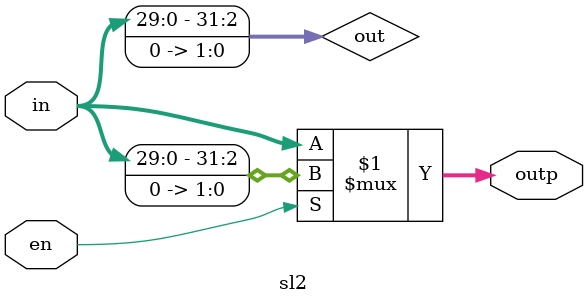
<source format=v>
module sl2(in,en,outp);

input [31:0] in;
input en;
output [31:0] outp;
wire[31:0] out;

assign out[0] = 1'b0;
assign out[1 ] = 1'b0;
assign out[2 ] = in[0 ];
assign out[3 ] = in[1 ];
assign out[4 ] = in[2 ];
assign out[5 ] = in[3 ];
assign out[6 ] = in[4 ];
assign out[7 ] = in[5 ];
assign out[8 ] = in[6 ];
assign out[9 ] = in[7 ];
assign out[10] = in[8 ];
assign out[11] = in[9 ];
assign out[12] = in[10];
assign out[13] = in[11];
assign out[14] = in[12];
assign out[15] = in[13];
assign out[16] = in[14];
assign out[17] = in[15];
assign out[18] = in[16];
assign out[19] = in[17];
assign out[20] = in[18];
assign out[21] = in[19];
assign out[22] = in[20];
assign out[23] = in[21];
assign out[24] = in[22];
assign out[25] = in[23];
assign out[26] = in[24];
assign out[27] = in[25];
assign out[28] = in[26];
assign out[29] = in[27];
assign out[30] = in[28];
assign out[31] = in[29];

assign outp = en? out:in;

endmodule
</source>
